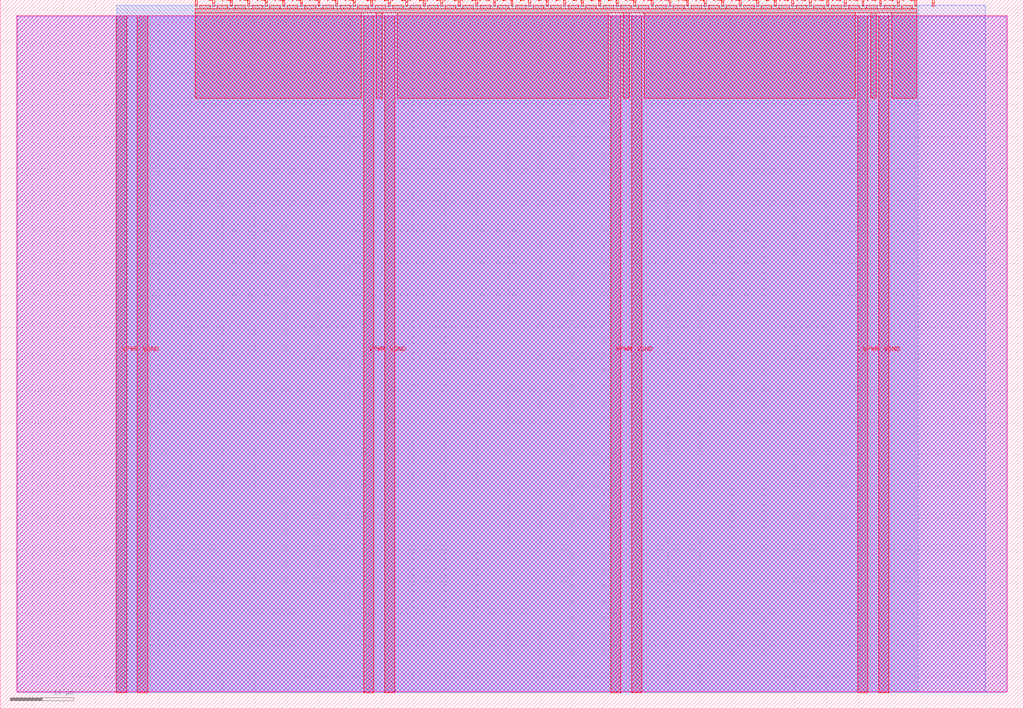
<source format=lef>
VERSION 5.7 ;
  NOWIREEXTENSIONATPIN ON ;
  DIVIDERCHAR "/" ;
  BUSBITCHARS "[]" ;
MACRO tt_um_samkho_two_channel_square_wave_generator
  CLASS BLOCK ;
  FOREIGN tt_um_samkho_two_channel_square_wave_generator ;
  ORIGIN 0.000 0.000 ;
  SIZE 161.000 BY 111.520 ;
  PIN VGND
    DIRECTION INOUT ;
    USE GROUND ;
    PORT
      LAYER met4 ;
        RECT 21.580 2.480 23.180 109.040 ;
    END
    PORT
      LAYER met4 ;
        RECT 60.450 2.480 62.050 109.040 ;
    END
    PORT
      LAYER met4 ;
        RECT 99.320 2.480 100.920 109.040 ;
    END
    PORT
      LAYER met4 ;
        RECT 138.190 2.480 139.790 109.040 ;
    END
  END VGND
  PIN VPWR
    DIRECTION INOUT ;
    USE POWER ;
    PORT
      LAYER met4 ;
        RECT 18.280 2.480 19.880 109.040 ;
    END
    PORT
      LAYER met4 ;
        RECT 57.150 2.480 58.750 109.040 ;
    END
    PORT
      LAYER met4 ;
        RECT 96.020 2.480 97.620 109.040 ;
    END
    PORT
      LAYER met4 ;
        RECT 134.890 2.480 136.490 109.040 ;
    END
  END VPWR
  PIN clk
    DIRECTION INPUT ;
    USE SIGNAL ;
    ANTENNAGATEAREA 0.852000 ;
    PORT
      LAYER met4 ;
        RECT 143.830 110.520 144.130 111.520 ;
    END
  END clk
  PIN ena
    DIRECTION INPUT ;
    USE SIGNAL ;
    PORT
      LAYER met4 ;
        RECT 146.590 110.520 146.890 111.520 ;
    END
  END ena
  PIN rst_n
    DIRECTION INPUT ;
    USE SIGNAL ;
    ANTENNAGATEAREA 0.196500 ;
    PORT
      LAYER met4 ;
        RECT 141.070 110.520 141.370 111.520 ;
    END
  END rst_n
  PIN ui_in[0]
    DIRECTION INPUT ;
    USE SIGNAL ;
    ANTENNAGATEAREA 0.196500 ;
    PORT
      LAYER met4 ;
        RECT 138.310 110.520 138.610 111.520 ;
    END
  END ui_in[0]
  PIN ui_in[1]
    DIRECTION INPUT ;
    USE SIGNAL ;
    ANTENNAGATEAREA 0.196500 ;
    PORT
      LAYER met4 ;
        RECT 135.550 110.520 135.850 111.520 ;
    END
  END ui_in[1]
  PIN ui_in[2]
    DIRECTION INPUT ;
    USE SIGNAL ;
    ANTENNAGATEAREA 0.196500 ;
    PORT
      LAYER met4 ;
        RECT 132.790 110.520 133.090 111.520 ;
    END
  END ui_in[2]
  PIN ui_in[3]
    DIRECTION INPUT ;
    USE SIGNAL ;
    ANTENNAGATEAREA 0.196500 ;
    PORT
      LAYER met4 ;
        RECT 130.030 110.520 130.330 111.520 ;
    END
  END ui_in[3]
  PIN ui_in[4]
    DIRECTION INPUT ;
    USE SIGNAL ;
    ANTENNAGATEAREA 0.196500 ;
    PORT
      LAYER met4 ;
        RECT 127.270 110.520 127.570 111.520 ;
    END
  END ui_in[4]
  PIN ui_in[5]
    DIRECTION INPUT ;
    USE SIGNAL ;
    ANTENNAGATEAREA 0.196500 ;
    PORT
      LAYER met4 ;
        RECT 124.510 110.520 124.810 111.520 ;
    END
  END ui_in[5]
  PIN ui_in[6]
    DIRECTION INPUT ;
    USE SIGNAL ;
    ANTENNAGATEAREA 0.196500 ;
    PORT
      LAYER met4 ;
        RECT 121.750 110.520 122.050 111.520 ;
    END
  END ui_in[6]
  PIN ui_in[7]
    DIRECTION INPUT ;
    USE SIGNAL ;
    ANTENNAGATEAREA 0.196500 ;
    PORT
      LAYER met4 ;
        RECT 118.990 110.520 119.290 111.520 ;
    END
  END ui_in[7]
  PIN uio_in[0]
    DIRECTION INPUT ;
    USE SIGNAL ;
    ANTENNAGATEAREA 0.196500 ;
    PORT
      LAYER met4 ;
        RECT 116.230 110.520 116.530 111.520 ;
    END
  END uio_in[0]
  PIN uio_in[1]
    DIRECTION INPUT ;
    USE SIGNAL ;
    ANTENNAGATEAREA 0.196500 ;
    PORT
      LAYER met4 ;
        RECT 113.470 110.520 113.770 111.520 ;
    END
  END uio_in[1]
  PIN uio_in[2]
    DIRECTION INPUT ;
    USE SIGNAL ;
    ANTENNAGATEAREA 0.196500 ;
    PORT
      LAYER met4 ;
        RECT 110.710 110.520 111.010 111.520 ;
    END
  END uio_in[2]
  PIN uio_in[3]
    DIRECTION INPUT ;
    USE SIGNAL ;
    ANTENNAGATEAREA 0.196500 ;
    PORT
      LAYER met4 ;
        RECT 107.950 110.520 108.250 111.520 ;
    END
  END uio_in[3]
  PIN uio_in[4]
    DIRECTION INPUT ;
    USE SIGNAL ;
    ANTENNAGATEAREA 0.196500 ;
    PORT
      LAYER met4 ;
        RECT 105.190 110.520 105.490 111.520 ;
    END
  END uio_in[4]
  PIN uio_in[5]
    DIRECTION INPUT ;
    USE SIGNAL ;
    ANTENNAGATEAREA 0.196500 ;
    PORT
      LAYER met4 ;
        RECT 102.430 110.520 102.730 111.520 ;
    END
  END uio_in[5]
  PIN uio_in[6]
    DIRECTION INPUT ;
    USE SIGNAL ;
    ANTENNAGATEAREA 0.196500 ;
    PORT
      LAYER met4 ;
        RECT 99.670 110.520 99.970 111.520 ;
    END
  END uio_in[6]
  PIN uio_in[7]
    DIRECTION INPUT ;
    USE SIGNAL ;
    ANTENNAGATEAREA 0.196500 ;
    PORT
      LAYER met4 ;
        RECT 96.910 110.520 97.210 111.520 ;
    END
  END uio_in[7]
  PIN uio_oe[0]
    DIRECTION OUTPUT ;
    USE SIGNAL ;
    PORT
      LAYER met4 ;
        RECT 49.990 110.520 50.290 111.520 ;
    END
  END uio_oe[0]
  PIN uio_oe[1]
    DIRECTION OUTPUT ;
    USE SIGNAL ;
    PORT
      LAYER met4 ;
        RECT 47.230 110.520 47.530 111.520 ;
    END
  END uio_oe[1]
  PIN uio_oe[2]
    DIRECTION OUTPUT ;
    USE SIGNAL ;
    PORT
      LAYER met4 ;
        RECT 44.470 110.520 44.770 111.520 ;
    END
  END uio_oe[2]
  PIN uio_oe[3]
    DIRECTION OUTPUT ;
    USE SIGNAL ;
    PORT
      LAYER met4 ;
        RECT 41.710 110.520 42.010 111.520 ;
    END
  END uio_oe[3]
  PIN uio_oe[4]
    DIRECTION OUTPUT ;
    USE SIGNAL ;
    PORT
      LAYER met4 ;
        RECT 38.950 110.520 39.250 111.520 ;
    END
  END uio_oe[4]
  PIN uio_oe[5]
    DIRECTION OUTPUT ;
    USE SIGNAL ;
    PORT
      LAYER met4 ;
        RECT 36.190 110.520 36.490 111.520 ;
    END
  END uio_oe[5]
  PIN uio_oe[6]
    DIRECTION OUTPUT ;
    USE SIGNAL ;
    PORT
      LAYER met4 ;
        RECT 33.430 110.520 33.730 111.520 ;
    END
  END uio_oe[6]
  PIN uio_oe[7]
    DIRECTION OUTPUT ;
    USE SIGNAL ;
    PORT
      LAYER met4 ;
        RECT 30.670 110.520 30.970 111.520 ;
    END
  END uio_oe[7]
  PIN uio_out[0]
    DIRECTION OUTPUT ;
    USE SIGNAL ;
    PORT
      LAYER met4 ;
        RECT 72.070 110.520 72.370 111.520 ;
    END
  END uio_out[0]
  PIN uio_out[1]
    DIRECTION OUTPUT ;
    USE SIGNAL ;
    PORT
      LAYER met4 ;
        RECT 69.310 110.520 69.610 111.520 ;
    END
  END uio_out[1]
  PIN uio_out[2]
    DIRECTION OUTPUT ;
    USE SIGNAL ;
    PORT
      LAYER met4 ;
        RECT 66.550 110.520 66.850 111.520 ;
    END
  END uio_out[2]
  PIN uio_out[3]
    DIRECTION OUTPUT ;
    USE SIGNAL ;
    PORT
      LAYER met4 ;
        RECT 63.790 110.520 64.090 111.520 ;
    END
  END uio_out[3]
  PIN uio_out[4]
    DIRECTION OUTPUT ;
    USE SIGNAL ;
    PORT
      LAYER met4 ;
        RECT 61.030 110.520 61.330 111.520 ;
    END
  END uio_out[4]
  PIN uio_out[5]
    DIRECTION OUTPUT ;
    USE SIGNAL ;
    PORT
      LAYER met4 ;
        RECT 58.270 110.520 58.570 111.520 ;
    END
  END uio_out[5]
  PIN uio_out[6]
    DIRECTION OUTPUT ;
    USE SIGNAL ;
    PORT
      LAYER met4 ;
        RECT 55.510 110.520 55.810 111.520 ;
    END
  END uio_out[6]
  PIN uio_out[7]
    DIRECTION OUTPUT ;
    USE SIGNAL ;
    PORT
      LAYER met4 ;
        RECT 52.750 110.520 53.050 111.520 ;
    END
  END uio_out[7]
  PIN uo_out[0]
    DIRECTION OUTPUT ;
    USE SIGNAL ;
    ANTENNADIFFAREA 0.445500 ;
    PORT
      LAYER met4 ;
        RECT 94.150 110.520 94.450 111.520 ;
    END
  END uo_out[0]
  PIN uo_out[1]
    DIRECTION OUTPUT ;
    USE SIGNAL ;
    ANTENNADIFFAREA 0.445500 ;
    PORT
      LAYER met4 ;
        RECT 91.390 110.520 91.690 111.520 ;
    END
  END uo_out[1]
  PIN uo_out[2]
    DIRECTION OUTPUT ;
    USE SIGNAL ;
    ANTENNADIFFAREA 0.445500 ;
    PORT
      LAYER met4 ;
        RECT 88.630 110.520 88.930 111.520 ;
    END
  END uo_out[2]
  PIN uo_out[3]
    DIRECTION OUTPUT ;
    USE SIGNAL ;
    ANTENNADIFFAREA 0.445500 ;
    PORT
      LAYER met4 ;
        RECT 85.870 110.520 86.170 111.520 ;
    END
  END uo_out[3]
  PIN uo_out[4]
    DIRECTION OUTPUT ;
    USE SIGNAL ;
    PORT
      LAYER met4 ;
        RECT 83.110 110.520 83.410 111.520 ;
    END
  END uo_out[4]
  PIN uo_out[5]
    DIRECTION OUTPUT ;
    USE SIGNAL ;
    PORT
      LAYER met4 ;
        RECT 80.350 110.520 80.650 111.520 ;
    END
  END uo_out[5]
  PIN uo_out[6]
    DIRECTION OUTPUT ;
    USE SIGNAL ;
    PORT
      LAYER met4 ;
        RECT 77.590 110.520 77.890 111.520 ;
    END
  END uo_out[6]
  PIN uo_out[7]
    DIRECTION OUTPUT ;
    USE SIGNAL ;
    PORT
      LAYER met4 ;
        RECT 74.830 110.520 75.130 111.520 ;
    END
  END uo_out[7]
  OBS
      LAYER nwell ;
        RECT 2.570 2.635 158.430 108.990 ;
      LAYER li1 ;
        RECT 2.760 2.635 158.240 108.885 ;
      LAYER met1 ;
        RECT 2.760 2.480 158.240 109.040 ;
      LAYER met2 ;
        RECT 18.310 2.535 154.920 110.685 ;
      LAYER met3 ;
        RECT 18.290 2.555 144.370 110.665 ;
      LAYER met4 ;
        RECT 31.370 110.120 33.030 110.665 ;
        RECT 34.130 110.120 35.790 110.665 ;
        RECT 36.890 110.120 38.550 110.665 ;
        RECT 39.650 110.120 41.310 110.665 ;
        RECT 42.410 110.120 44.070 110.665 ;
        RECT 45.170 110.120 46.830 110.665 ;
        RECT 47.930 110.120 49.590 110.665 ;
        RECT 50.690 110.120 52.350 110.665 ;
        RECT 53.450 110.120 55.110 110.665 ;
        RECT 56.210 110.120 57.870 110.665 ;
        RECT 58.970 110.120 60.630 110.665 ;
        RECT 61.730 110.120 63.390 110.665 ;
        RECT 64.490 110.120 66.150 110.665 ;
        RECT 67.250 110.120 68.910 110.665 ;
        RECT 70.010 110.120 71.670 110.665 ;
        RECT 72.770 110.120 74.430 110.665 ;
        RECT 75.530 110.120 77.190 110.665 ;
        RECT 78.290 110.120 79.950 110.665 ;
        RECT 81.050 110.120 82.710 110.665 ;
        RECT 83.810 110.120 85.470 110.665 ;
        RECT 86.570 110.120 88.230 110.665 ;
        RECT 89.330 110.120 90.990 110.665 ;
        RECT 92.090 110.120 93.750 110.665 ;
        RECT 94.850 110.120 96.510 110.665 ;
        RECT 97.610 110.120 99.270 110.665 ;
        RECT 100.370 110.120 102.030 110.665 ;
        RECT 103.130 110.120 104.790 110.665 ;
        RECT 105.890 110.120 107.550 110.665 ;
        RECT 108.650 110.120 110.310 110.665 ;
        RECT 111.410 110.120 113.070 110.665 ;
        RECT 114.170 110.120 115.830 110.665 ;
        RECT 116.930 110.120 118.590 110.665 ;
        RECT 119.690 110.120 121.350 110.665 ;
        RECT 122.450 110.120 124.110 110.665 ;
        RECT 125.210 110.120 126.870 110.665 ;
        RECT 127.970 110.120 129.630 110.665 ;
        RECT 130.730 110.120 132.390 110.665 ;
        RECT 133.490 110.120 135.150 110.665 ;
        RECT 136.250 110.120 137.910 110.665 ;
        RECT 139.010 110.120 140.670 110.665 ;
        RECT 141.770 110.120 143.430 110.665 ;
        RECT 30.655 109.440 144.145 110.120 ;
        RECT 30.655 96.055 56.750 109.440 ;
        RECT 59.150 96.055 60.050 109.440 ;
        RECT 62.450 96.055 95.620 109.440 ;
        RECT 98.020 96.055 98.920 109.440 ;
        RECT 101.320 96.055 134.490 109.440 ;
        RECT 136.890 96.055 137.790 109.440 ;
        RECT 140.190 96.055 144.145 109.440 ;
  END
END tt_um_samkho_two_channel_square_wave_generator
END LIBRARY


</source>
